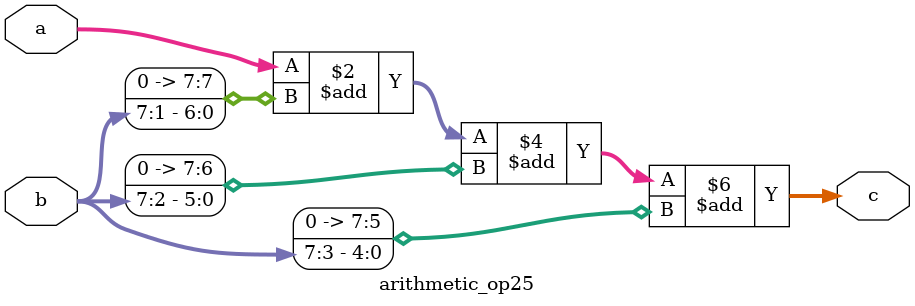
<source format=sv>

module arithmetic_op1 #(parameter WIDTH = 8) (
    input logic [WIDTH-1:0] a,
    input logic [WIDTH-1:0] b,
    output logic [WIDTH-1:0] c
);
    // Operation: Add a to b[WIDTH/2-1:0] shifted left by 1
    assign c = a + (b[WIDTH/2-1:0] << 1);
endmodule

// Module 2: XOR with shifted value
module arithmetic_op2 #(parameter WIDTH = 8) (
    input logic [WIDTH-1:0] a,
    input logic [WIDTH-1:0] b,
    output logic [WIDTH-1:0] c
);
    // Operation: XOR of a with b right-shifted by 2
    assign c = a ^ (b >> 2);
endmodule

// Module 3: Upper bits addition with lower bits
module arithmetic_op3 #(parameter WIDTH = 8) (
    input logic [WIDTH-1:0] a,
    input logic [WIDTH-1:0] b,
    output logic [WIDTH-1:0] c
);
    // Operation: Upper half of a plus lower half of b
    assign c = a[WIDTH-1:WIDTH/2] + b[WIDTH/2-1:0];
endmodule

// Module 4: Bitwise AND with addition
module arithmetic_op4 #(parameter WIDTH = 8) (
    input logic [WIDTH-1:0] a,
    input logic [WIDTH-1:0] b,
    output logic [WIDTH-1:0] c
);
    // Operation: Bitwise AND of a with b plus a
    assign c = (a & b) + a;
endmodule

// Module 5: Subtraction with shifted value
module arithmetic_op5 #(parameter WIDTH = 8) (
    input logic [WIDTH-1:0] a,
    input logic [WIDTH-1:0] b,
    output logic [WIDTH-1:0] c
);
    // Operation: a minus b shifted left by 3
    assign c = a - (b << 3);
endmodule

// Module 6: OR operation with addition
module arithmetic_op6 #(parameter WIDTH = 8) (
    input logic [WIDTH-1:0] a,
    input logic [WIDTH-1:0] b,
    output logic [WIDTH-1:0] c
);
    // Operation: a OR'd with b, then add WIDTH/4
    assign c = (a | b) + WIDTH/4;
endmodule

// Module 7: Mixed bit operations
module arithmetic_op7 #(parameter WIDTH = 8) (
    input logic [WIDTH-1:0] a,
    input logic [WIDTH-1:0] b,
    output logic [WIDTH-1:0] c
);
    // Operation: XOR upper half of a with lower half of b
    assign c = {a[WIDTH-1:WIDTH/2] ^ b[WIDTH/2-1:0], a[WIDTH/2-1:0]};
endmodule

// Module 8: Arithmetic with concatenation
module arithmetic_op8 #(parameter WIDTH = 8) (
    input logic [WIDTH-1:0] a,
    input logic [WIDTH-1:0] b,
    output logic [WIDTH-1:0] c
);
    // Operation: Add a to concatenated nibbles of b
    assign c = a + {b[WIDTH/4-1:0], b[WIDTH-1:WIDTH-WIDTH/4]};
endmodule

// Module 9: Conditional selection
module arithmetic_op9 #(parameter WIDTH = 8) (
    input logic [WIDTH-1:0] a,
    input logic [WIDTH-1:0] b,
    output logic [WIDTH-1:0] c
);
    // Operation: Select a or b based on MSB of a
    assign c = a[WIDTH-1] ? a + b : a - b;
endmodule

// Module 10: Nested bit operations
module arithmetic_op10 #(parameter WIDTH = 8) (
    input logic [WIDTH-1:0] a,
    input logic [WIDTH-1:0] b,
    output logic [WIDTH-1:0] c
);
    // Operation: ((a & b) ^ (a | b)) + a[WIDTH/2-1:0]
    assign c = ((a & b) ^ (a | b)) + {{(WIDTH/2){1'b0}}, a[WIDTH/2-1:0]};
endmodule

// Module 11: Rotate and add
module arithmetic_op11 #(parameter WIDTH = 8) (
    input logic [WIDTH-1:0] a,
    input logic [WIDTH-1:0] b,
    output logic [WIDTH-1:0] c
);
    // Operation: Add a to rotated b (rotate left by WIDTH/4)
    assign c = a + {b[WIDTH-WIDTH/4-1:0], b[WIDTH-1:WIDTH-WIDTH/4]};
endmodule

// Module 12: Bit reversal addition
module arithmetic_op12 #(parameter WIDTH = 8) (
    input logic [WIDTH-1:0] a,
    input logic [WIDTH-1:0] b,
    output logic [WIDTH-1:0] c
);
    // Operation: a plus bit-reversed b (simplistic reversal)
    logic [WIDTH-1:0] b_reversed;
    
    genvar i;
    generate
        for (i = 0; i < WIDTH; i = i + 1) begin : reverse_bits
            assign b_reversed[i] = b[WIDTH-1-i];
        end
    endgenerate
    
    assign c = a + b_reversed;
endmodule

// Module 13: Modulo arithmetic with bit masks
module arithmetic_op13 #(parameter WIDTH = 8) (
    input logic [WIDTH-1:0] a,
    input logic [WIDTH-1:0] b,
    output logic [WIDTH-1:0] c
);
    // Operation: a modulo (b masked to power of 2 - 1)
    // This creates a mask like 000011111
    logic [WIDTH-1:0] mask;
    assign mask = (1 << (b % WIDTH)) - 1;
    
    assign c = a & mask;
endmodule

// Module 14: Bit interleaving
module arithmetic_op14 #(parameter WIDTH = 8) (
    input logic [WIDTH-1:0] a,
    input logic [WIDTH-1:0] b,
    output logic [WIDTH-1:0] c
);
    // Operation: Interleave bits from upper half of a and b
    // Takes every other bit from a and b to form result
    genvar i;
    generate
        for (i = 0; i < WIDTH/2; i = i + 1) begin : interleave_bits
            assign c[i*2] = a[i+WIDTH/2];
            assign c[i*2+1] = b[i+WIDTH/2];
        end
    endgenerate
endmodule

// Module 15: Conditional addition or subtraction with shifts
module arithmetic_op15 #(parameter WIDTH = 8) (
    input logic [WIDTH-1:0] a,
    input logic [WIDTH-1:0] b,
    output logic [WIDTH-1:0] c
);
    // Operation: If a > b then a+b<<1 else a-b>>1
    assign c = (a > b) ? (a + (b << 1)) : (a - (b >> 1));
endmodule

// Module 16: Bitwise operations on upper/lower halves
module arithmetic_op16 #(parameter WIDTH = 8) (
    input logic [WIDTH-1:0] a,
    input logic [WIDTH-1:0] b,
    output logic [WIDTH-1:0] c
);
    // Operation: Upper half: a&b, Lower half: a^b
    assign c = {{(a[WIDTH-1:WIDTH/2] & b[WIDTH-1:WIDTH/2])}, {(a[WIDTH/2-1:0] ^ b[WIDTH/2-1:0])}};
endmodule

// Module 17: Masked addition
module arithmetic_op17 #(parameter WIDTH = 8) (
    input logic [WIDTH-1:0] a,
    input logic [WIDTH-1:0] b,
    output logic [WIDTH-1:0] c
);
    // Operation: Add a to b with every other bit masked
    logic [WIDTH-1:0] mask;
    
    genvar i;
    generate
        for (i = 0; i < WIDTH; i = i + 1) begin : create_mask
            assign mask[i] = (i % 2 == 0) ? 1'b1 : 1'b0;
        end
    endgenerate
    
    assign c = a + (b & mask);
endmodule

// Module 18: Selective negation
module arithmetic_op18 #(parameter WIDTH = 8) (
    input logic [WIDTH-1:0] a,
    input logic [WIDTH-1:0] b,
    output logic [WIDTH-1:0] c
);
    // Operation: Negate bits of a where b has 1, then add to original a
    assign c = a + (~a & b);
endmodule

// Module 19: Partial sum and difference
module arithmetic_op19 #(parameter WIDTH = 8) (
    input logic [WIDTH-1:0] a,
    input logic [WIDTH-1:0] b,
    output logic [WIDTH-1:0] c
);
    // Operation: Upper half: a+b, Lower half: a-b
    assign c = {{(a[WIDTH-1:WIDTH/2] + b[WIDTH-1:WIDTH/2])}, {(a[WIDTH/2-1:0] - b[WIDTH/2-1:0])}};
endmodule

// Module 20: Arithmetic with XOR mask
module arithmetic_op20 #(parameter WIDTH = 8) (
    input logic [WIDTH-1:0] a,
    input logic [WIDTH-1:0] b,
    output logic [WIDTH-1:0] c
);
    // Operation: (a + b) XOR (a - b)
    assign c = (a + b) ^ (a - b);
endmodule

// Module 21: Shifted part-select operations
module arithmetic_op21 #(parameter WIDTH = 8) (
    input logic [WIDTH-1:0] a,
    input logic [WIDTH-1:0] b,
    output logic [WIDTH-1:0] c
);
    // Operation: Lower quarter of a shifted left by WIDTH/2, plus upper quarter of b
    assign c = (a[WIDTH/4-1:0] << (WIDTH/2)) + {{(3*WIDTH/4){1'b0}}, b[WIDTH-1:3*WIDTH/4]};
endmodule

// Module 22: Cross-section addition
module arithmetic_op22 #(parameter WIDTH = 8) (
    input logic [WIDTH-1:0] a,
    input logic [WIDTH-1:0] b,
    output logic [WIDTH-1:0] c
);
    // Operation: Add middle section of a to middle section of b, place in middle of result
    logic [WIDTH/2-1:0] middle;
    assign middle = a[3*WIDTH/4-1:WIDTH/4] + b[3*WIDTH/4-1:WIDTH/4];
    
    assign c = {a[WIDTH-1:3*WIDTH/4], middle, b[WIDTH/4-1:0]};
endmodule

// Module 23: Complex conditional operation
module arithmetic_op23 #(parameter WIDTH = 8) (
    input logic [WIDTH-1:0] a,
    input logic [WIDTH-1:0] b,
    output logic [WIDTH-1:0] c
);
    // Operation: If a[0] then (a&b)+(a|b) else (a^b)-(a&b)
    assign c = a[0] ? ((a & b) + (a | b)) : ((a ^ b) - (a & b));
endmodule

// Module 24: Alternating bit operations
module arithmetic_op24 #(parameter WIDTH = 8) (
    input logic [WIDTH-1:0] a,
    input logic [WIDTH-1:0] b,
    output logic [WIDTH-1:0] c
);
    // Operation: Even bits: a&b, Odd bits: a|b
    genvar i;
    generate
        for (i = 0; i < WIDTH; i = i + 1) begin : alternate_ops
            assign c[i] = (i % 2 == 0) ? (a[i] & b[i]) : (a[i] | b[i]);
        end
    endgenerate
endmodule

// Module 25: Weighted sum with shifts
module arithmetic_op25 #(parameter WIDTH = 8) (
    input logic [WIDTH-1:0] a,
    input logic [WIDTH-1:0] b,
    output logic [WIDTH-1:0] c
);
    // Operation: a + (b>>1) + (b>>2) + (b>>3) (weighted sum)
    assign c = a + (b >> 1) + (b >> 2) + (b >> 3);
endmodule

</source>
